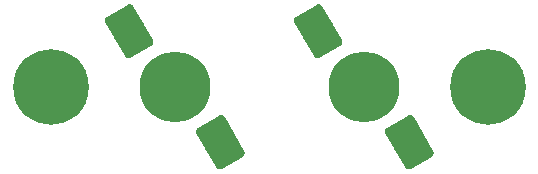
<source format=gts>
G04 #@! TF.GenerationSoftware,KiCad,Pcbnew,(5.1.4)-1*
G04 #@! TF.CreationDate,2020-09-24T22:40:22-04:00*
G04 #@! TF.ProjectId,Headlight Left,48656164-6c69-4676-9874-204c6566742e,rev?*
G04 #@! TF.SameCoordinates,Original*
G04 #@! TF.FileFunction,Soldermask,Top*
G04 #@! TF.FilePolarity,Negative*
%FSLAX46Y46*%
G04 Gerber Fmt 4.6, Leading zero omitted, Abs format (unit mm)*
G04 Created by KiCad (PCBNEW (5.1.4)-1) date 2020-09-24 22:40:22*
%MOMM*%
%LPD*%
G04 APERTURE LIST*
%ADD10C,0.800000*%
%ADD11C,6.400000*%
%ADD12C,0.100000*%
%ADD13C,2.750000*%
%ADD14C,6.000001*%
G04 APERTURE END LIST*
D10*
X101697056Y-98302944D03*
X100000000Y-97600000D03*
X98302944Y-98302944D03*
X97600000Y-100000000D03*
X98302944Y-101697056D03*
X100000000Y-102400000D03*
X101697056Y-101697056D03*
X102400000Y-100000000D03*
D11*
X100000000Y-100000000D03*
D10*
X138697056Y-98302944D03*
X137000000Y-97600000D03*
X135302944Y-98302944D03*
X134600000Y-100000000D03*
X135302944Y-101697056D03*
X137000000Y-102400000D03*
X138697056Y-101697056D03*
X139400000Y-100000000D03*
D11*
X137000000Y-100000000D03*
D12*
G36*
X122721421Y-93010854D02*
G01*
X122754934Y-93014709D01*
X122787908Y-93021831D01*
X122820025Y-93032150D01*
X122850976Y-93045568D01*
X122880462Y-93061955D01*
X122908201Y-93081153D01*
X122933924Y-93102977D01*
X122957384Y-93127218D01*
X122978355Y-93153641D01*
X122996635Y-93181993D01*
X124652885Y-96050703D01*
X124668298Y-96080710D01*
X124680696Y-96112083D01*
X124689959Y-96144521D01*
X124695998Y-96177710D01*
X124698755Y-96211331D01*
X124698203Y-96245060D01*
X124694348Y-96278573D01*
X124687226Y-96311547D01*
X124676907Y-96343664D01*
X124663489Y-96374615D01*
X124647102Y-96404101D01*
X124627904Y-96431840D01*
X124606080Y-96457563D01*
X124581839Y-96481023D01*
X124555416Y-96501994D01*
X124527064Y-96520274D01*
X122740886Y-97551524D01*
X122710879Y-97566937D01*
X122679506Y-97579335D01*
X122647068Y-97588598D01*
X122613879Y-97594637D01*
X122580258Y-97597394D01*
X122546529Y-97596842D01*
X122513016Y-97592987D01*
X122480042Y-97585865D01*
X122447925Y-97575546D01*
X122416974Y-97562128D01*
X122387488Y-97545741D01*
X122359749Y-97526543D01*
X122334026Y-97504719D01*
X122310566Y-97480478D01*
X122289595Y-97454055D01*
X122271315Y-97425703D01*
X120615065Y-94556993D01*
X120599652Y-94526986D01*
X120587254Y-94495613D01*
X120577991Y-94463175D01*
X120571952Y-94429986D01*
X120569195Y-94396365D01*
X120569747Y-94362636D01*
X120573602Y-94329123D01*
X120580724Y-94296149D01*
X120591043Y-94264032D01*
X120604461Y-94233081D01*
X120620848Y-94203595D01*
X120640046Y-94175856D01*
X120661870Y-94150133D01*
X120686111Y-94126673D01*
X120712534Y-94105702D01*
X120740886Y-94087422D01*
X122527064Y-93056172D01*
X122557071Y-93040759D01*
X122588444Y-93028361D01*
X122620882Y-93019098D01*
X122654071Y-93013059D01*
X122687692Y-93010302D01*
X122721421Y-93010854D01*
X122721421Y-93010854D01*
G37*
D13*
X122633975Y-95303848D03*
D12*
G36*
X130453471Y-102403158D02*
G01*
X130486984Y-102407013D01*
X130519958Y-102414135D01*
X130552075Y-102424454D01*
X130583026Y-102437872D01*
X130612512Y-102454259D01*
X130640251Y-102473457D01*
X130665974Y-102495281D01*
X130689434Y-102519522D01*
X130710405Y-102545945D01*
X130728685Y-102574297D01*
X132384935Y-105443007D01*
X132400348Y-105473014D01*
X132412746Y-105504387D01*
X132422009Y-105536825D01*
X132428048Y-105570014D01*
X132430805Y-105603635D01*
X132430253Y-105637364D01*
X132426398Y-105670877D01*
X132419276Y-105703851D01*
X132408957Y-105735968D01*
X132395539Y-105766919D01*
X132379152Y-105796405D01*
X132359954Y-105824144D01*
X132338130Y-105849867D01*
X132313889Y-105873327D01*
X132287466Y-105894298D01*
X132259114Y-105912578D01*
X130472936Y-106943828D01*
X130442929Y-106959241D01*
X130411556Y-106971639D01*
X130379118Y-106980902D01*
X130345929Y-106986941D01*
X130312308Y-106989698D01*
X130278579Y-106989146D01*
X130245066Y-106985291D01*
X130212092Y-106978169D01*
X130179975Y-106967850D01*
X130149024Y-106954432D01*
X130119538Y-106938045D01*
X130091799Y-106918847D01*
X130066076Y-106897023D01*
X130042616Y-106872782D01*
X130021645Y-106846359D01*
X130003365Y-106818007D01*
X128347115Y-103949297D01*
X128331702Y-103919290D01*
X128319304Y-103887917D01*
X128310041Y-103855479D01*
X128304002Y-103822290D01*
X128301245Y-103788669D01*
X128301797Y-103754940D01*
X128305652Y-103721427D01*
X128312774Y-103688453D01*
X128323093Y-103656336D01*
X128336511Y-103625385D01*
X128352898Y-103595899D01*
X128372096Y-103568160D01*
X128393920Y-103542437D01*
X128418161Y-103518977D01*
X128444584Y-103498006D01*
X128472936Y-103479726D01*
X130259114Y-102448476D01*
X130289121Y-102433063D01*
X130320494Y-102420665D01*
X130352932Y-102411402D01*
X130386121Y-102405363D01*
X130419742Y-102402606D01*
X130453471Y-102403158D01*
X130453471Y-102403158D01*
G37*
D13*
X130366025Y-104696152D03*
D14*
X126500000Y-100000000D03*
D12*
G36*
X114453471Y-102403158D02*
G01*
X114486984Y-102407013D01*
X114519958Y-102414135D01*
X114552075Y-102424454D01*
X114583026Y-102437872D01*
X114612512Y-102454259D01*
X114640251Y-102473457D01*
X114665974Y-102495281D01*
X114689434Y-102519522D01*
X114710405Y-102545945D01*
X114728685Y-102574297D01*
X116384935Y-105443007D01*
X116400348Y-105473014D01*
X116412746Y-105504387D01*
X116422009Y-105536825D01*
X116428048Y-105570014D01*
X116430805Y-105603635D01*
X116430253Y-105637364D01*
X116426398Y-105670877D01*
X116419276Y-105703851D01*
X116408957Y-105735968D01*
X116395539Y-105766919D01*
X116379152Y-105796405D01*
X116359954Y-105824144D01*
X116338130Y-105849867D01*
X116313889Y-105873327D01*
X116287466Y-105894298D01*
X116259114Y-105912578D01*
X114472936Y-106943828D01*
X114442929Y-106959241D01*
X114411556Y-106971639D01*
X114379118Y-106980902D01*
X114345929Y-106986941D01*
X114312308Y-106989698D01*
X114278579Y-106989146D01*
X114245066Y-106985291D01*
X114212092Y-106978169D01*
X114179975Y-106967850D01*
X114149024Y-106954432D01*
X114119538Y-106938045D01*
X114091799Y-106918847D01*
X114066076Y-106897023D01*
X114042616Y-106872782D01*
X114021645Y-106846359D01*
X114003365Y-106818007D01*
X112347115Y-103949297D01*
X112331702Y-103919290D01*
X112319304Y-103887917D01*
X112310041Y-103855479D01*
X112304002Y-103822290D01*
X112301245Y-103788669D01*
X112301797Y-103754940D01*
X112305652Y-103721427D01*
X112312774Y-103688453D01*
X112323093Y-103656336D01*
X112336511Y-103625385D01*
X112352898Y-103595899D01*
X112372096Y-103568160D01*
X112393920Y-103542437D01*
X112418161Y-103518977D01*
X112444584Y-103498006D01*
X112472936Y-103479726D01*
X114259114Y-102448476D01*
X114289121Y-102433063D01*
X114320494Y-102420665D01*
X114352932Y-102411402D01*
X114386121Y-102405363D01*
X114419742Y-102402606D01*
X114453471Y-102403158D01*
X114453471Y-102403158D01*
G37*
D13*
X114366025Y-104696152D03*
D12*
G36*
X106721421Y-93010854D02*
G01*
X106754934Y-93014709D01*
X106787908Y-93021831D01*
X106820025Y-93032150D01*
X106850976Y-93045568D01*
X106880462Y-93061955D01*
X106908201Y-93081153D01*
X106933924Y-93102977D01*
X106957384Y-93127218D01*
X106978355Y-93153641D01*
X106996635Y-93181993D01*
X108652885Y-96050703D01*
X108668298Y-96080710D01*
X108680696Y-96112083D01*
X108689959Y-96144521D01*
X108695998Y-96177710D01*
X108698755Y-96211331D01*
X108698203Y-96245060D01*
X108694348Y-96278573D01*
X108687226Y-96311547D01*
X108676907Y-96343664D01*
X108663489Y-96374615D01*
X108647102Y-96404101D01*
X108627904Y-96431840D01*
X108606080Y-96457563D01*
X108581839Y-96481023D01*
X108555416Y-96501994D01*
X108527064Y-96520274D01*
X106740886Y-97551524D01*
X106710879Y-97566937D01*
X106679506Y-97579335D01*
X106647068Y-97588598D01*
X106613879Y-97594637D01*
X106580258Y-97597394D01*
X106546529Y-97596842D01*
X106513016Y-97592987D01*
X106480042Y-97585865D01*
X106447925Y-97575546D01*
X106416974Y-97562128D01*
X106387488Y-97545741D01*
X106359749Y-97526543D01*
X106334026Y-97504719D01*
X106310566Y-97480478D01*
X106289595Y-97454055D01*
X106271315Y-97425703D01*
X104615065Y-94556993D01*
X104599652Y-94526986D01*
X104587254Y-94495613D01*
X104577991Y-94463175D01*
X104571952Y-94429986D01*
X104569195Y-94396365D01*
X104569747Y-94362636D01*
X104573602Y-94329123D01*
X104580724Y-94296149D01*
X104591043Y-94264032D01*
X104604461Y-94233081D01*
X104620848Y-94203595D01*
X104640046Y-94175856D01*
X104661870Y-94150133D01*
X104686111Y-94126673D01*
X104712534Y-94105702D01*
X104740886Y-94087422D01*
X106527064Y-93056172D01*
X106557071Y-93040759D01*
X106588444Y-93028361D01*
X106620882Y-93019098D01*
X106654071Y-93013059D01*
X106687692Y-93010302D01*
X106721421Y-93010854D01*
X106721421Y-93010854D01*
G37*
D13*
X106633975Y-95303848D03*
D14*
X110500000Y-100000000D03*
M02*

</source>
